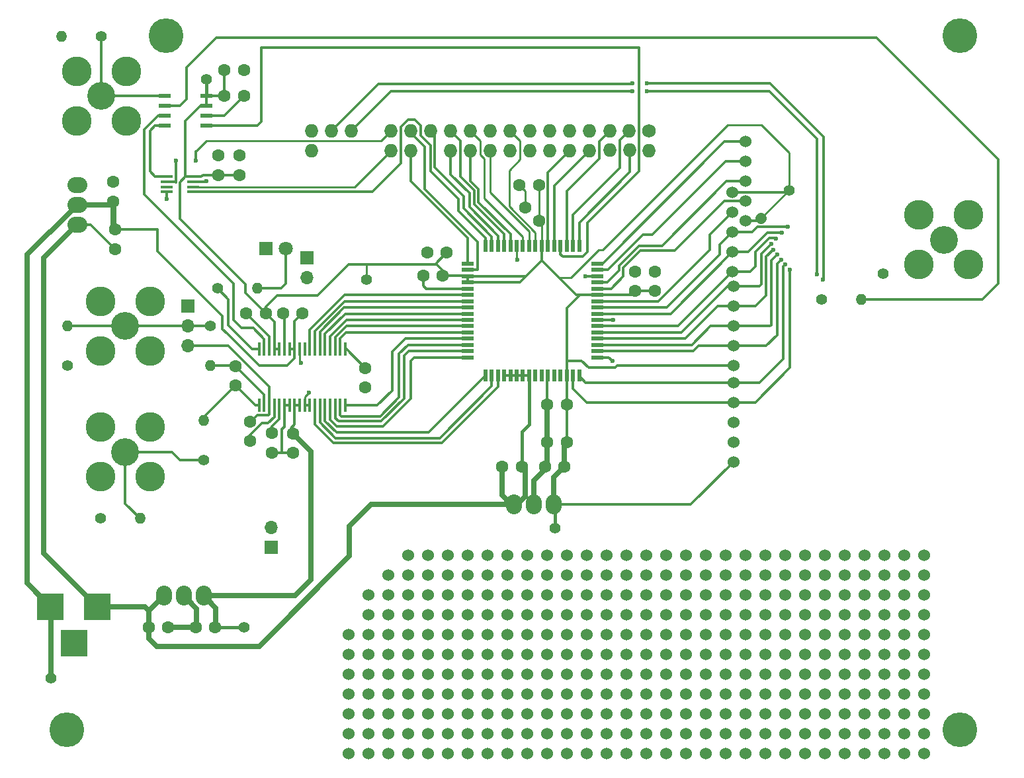
<source format=gbr>
G04 #@! TF.FileFunction,Copper,L1,Top,Signal*
%FSLAX46Y46*%
G04 Gerber Fmt 4.6, Leading zero omitted, Abs format (unit mm)*
G04 Created by KiCad (PCBNEW 4.0.2-stable) date 5/30/2017 2:34:24 PM*
%MOMM*%
G01*
G04 APERTURE LIST*
%ADD10C,0.100000*%
%ADD11R,0.450000X1.750000*%
%ADD12C,1.524000*%
%ADD13C,4.445000*%
%ADD14R,1.500000X0.500000*%
%ADD15R,0.500000X1.500000*%
%ADD16C,1.727200*%
%ADD17O,1.727200X1.727200*%
%ADD18C,1.600000*%
%ADD19R,3.500000X3.500000*%
%ADD20R,1.800000X1.800000*%
%ADD21C,1.800000*%
%ADD22R,1.700000X1.700000*%
%ADD23O,1.700000X1.700000*%
%ADD24C,3.810000*%
%ADD25C,3.556000*%
%ADD26C,1.400000*%
%ADD27O,1.400000X1.400000*%
%ADD28R,1.600000X0.300000*%
%ADD29R,1.550000X0.600000*%
%ADD30O,2.540000X2.032000*%
%ADD31O,2.032000X2.540000*%
%ADD32C,1.400000*%
%ADD33C,1.399924*%
%ADD34C,0.600000*%
%ADD35C,0.304800*%
%ADD36C,0.254000*%
%ADD37C,0.250000*%
%ADD38C,0.444500*%
%ADD39C,0.635000*%
%ADD40C,0.381000*%
G04 APERTURE END LIST*
D10*
D11*
X56379400Y-71914200D03*
X57029400Y-71914200D03*
X57679400Y-71914200D03*
X58329400Y-71914200D03*
X58979400Y-71914200D03*
X59629400Y-71914200D03*
X60279400Y-71914200D03*
X60929400Y-71914200D03*
X56379400Y-79114200D03*
X57029400Y-79114200D03*
X57679400Y-79114200D03*
X58329400Y-79114200D03*
X58979400Y-79114200D03*
X59629400Y-79114200D03*
X60279400Y-79114200D03*
X60929400Y-79114200D03*
X61579400Y-79114200D03*
X62229400Y-79114200D03*
X62879400Y-79114200D03*
X63529400Y-79114200D03*
X64179400Y-79114200D03*
X64829400Y-79114200D03*
X67429400Y-79114200D03*
X66779400Y-79114200D03*
X66129400Y-79114200D03*
X65479400Y-79114200D03*
X67429400Y-71914200D03*
X66779400Y-71914200D03*
X66129400Y-71914200D03*
X65479400Y-71914200D03*
X64829400Y-71914200D03*
X64179400Y-71914200D03*
X63529400Y-71914200D03*
X62879400Y-71914200D03*
X62229400Y-71914200D03*
X61595000Y-71907400D03*
D12*
X138938000Y-98298000D03*
X138938000Y-105918000D03*
X138938000Y-100838000D03*
X138938000Y-103378000D03*
X138938000Y-108458000D03*
X138938000Y-110998000D03*
X138938000Y-113538000D03*
X138938000Y-116078000D03*
X138938000Y-123698000D03*
X138938000Y-121158000D03*
X138938000Y-118618000D03*
X141478000Y-118618000D03*
X141478000Y-121158000D03*
X141478000Y-123698000D03*
X141478000Y-116078000D03*
X141478000Y-113538000D03*
X141478000Y-110998000D03*
X141478000Y-108458000D03*
X141478000Y-103378000D03*
X141478000Y-100838000D03*
X141478000Y-105918000D03*
X141478000Y-98298000D03*
X128778000Y-98298000D03*
X128778000Y-105918000D03*
X128778000Y-100838000D03*
X128778000Y-103378000D03*
X128778000Y-108458000D03*
X128778000Y-110998000D03*
X128778000Y-113538000D03*
X128778000Y-116078000D03*
X128778000Y-123698000D03*
X128778000Y-121158000D03*
X128778000Y-118618000D03*
X131318000Y-118618000D03*
X131318000Y-121158000D03*
X131318000Y-123698000D03*
X131318000Y-116078000D03*
X131318000Y-113538000D03*
X131318000Y-110998000D03*
X131318000Y-108458000D03*
X131318000Y-103378000D03*
X131318000Y-100838000D03*
X131318000Y-105918000D03*
X131318000Y-98298000D03*
X136398000Y-98298000D03*
X136398000Y-105918000D03*
X136398000Y-100838000D03*
X136398000Y-103378000D03*
X136398000Y-108458000D03*
X136398000Y-110998000D03*
X136398000Y-113538000D03*
X136398000Y-116078000D03*
X136398000Y-123698000D03*
X136398000Y-121158000D03*
X136398000Y-118618000D03*
X133858000Y-118618000D03*
X133858000Y-121158000D03*
X133858000Y-123698000D03*
X133858000Y-116078000D03*
X133858000Y-113538000D03*
X133858000Y-110998000D03*
X133858000Y-108458000D03*
X133858000Y-103378000D03*
X133858000Y-100838000D03*
X133858000Y-105918000D03*
X133858000Y-98298000D03*
X123698000Y-98298000D03*
X123698000Y-105918000D03*
X123698000Y-100838000D03*
X123698000Y-103378000D03*
X123698000Y-108458000D03*
X123698000Y-110998000D03*
X123698000Y-113538000D03*
X123698000Y-116078000D03*
X123698000Y-123698000D03*
X123698000Y-121158000D03*
X123698000Y-118618000D03*
X126238000Y-118618000D03*
X126238000Y-121158000D03*
X126238000Y-123698000D03*
X126238000Y-116078000D03*
X126238000Y-113538000D03*
X126238000Y-110998000D03*
X126238000Y-108458000D03*
X126238000Y-103378000D03*
X126238000Y-100838000D03*
X126238000Y-105918000D03*
X126238000Y-98298000D03*
X121158000Y-98298000D03*
X121158000Y-105918000D03*
X121158000Y-100838000D03*
X121158000Y-103378000D03*
X121158000Y-108458000D03*
X121158000Y-110998000D03*
X121158000Y-113538000D03*
X121158000Y-116078000D03*
X121158000Y-123698000D03*
X121158000Y-121158000D03*
X121158000Y-118618000D03*
X118618000Y-118618000D03*
X118618000Y-121158000D03*
X118618000Y-123698000D03*
X118618000Y-116078000D03*
X118618000Y-113538000D03*
X118618000Y-110998000D03*
X118618000Y-108458000D03*
X118618000Y-103378000D03*
X118618000Y-100838000D03*
X118618000Y-105918000D03*
X118618000Y-98298000D03*
X93218000Y-98298000D03*
X93218000Y-105918000D03*
X93218000Y-100838000D03*
X93218000Y-103378000D03*
X93218000Y-108458000D03*
X93218000Y-110998000D03*
X93218000Y-113538000D03*
X93218000Y-116078000D03*
X93218000Y-123698000D03*
X93218000Y-121158000D03*
X93218000Y-118618000D03*
X95758000Y-118618000D03*
X95758000Y-121158000D03*
X95758000Y-123698000D03*
X95758000Y-116078000D03*
X95758000Y-113538000D03*
X95758000Y-110998000D03*
X95758000Y-108458000D03*
X95758000Y-103378000D03*
X95758000Y-100838000D03*
X95758000Y-105918000D03*
X95758000Y-98298000D03*
X100838000Y-98298000D03*
X100838000Y-105918000D03*
X100838000Y-100838000D03*
X100838000Y-103378000D03*
X100838000Y-108458000D03*
X100838000Y-110998000D03*
X100838000Y-113538000D03*
X100838000Y-116078000D03*
X100838000Y-123698000D03*
X100838000Y-121158000D03*
X100838000Y-118618000D03*
X98298000Y-118618000D03*
X98298000Y-121158000D03*
X98298000Y-123698000D03*
X98298000Y-116078000D03*
X98298000Y-113538000D03*
X98298000Y-110998000D03*
X98298000Y-108458000D03*
X98298000Y-103378000D03*
X98298000Y-100838000D03*
X98298000Y-105918000D03*
X98298000Y-98298000D03*
X108458000Y-98298000D03*
X108458000Y-105918000D03*
X108458000Y-100838000D03*
X108458000Y-103378000D03*
X108458000Y-108458000D03*
X108458000Y-110998000D03*
X108458000Y-113538000D03*
X108458000Y-116078000D03*
X108458000Y-123698000D03*
X108458000Y-121158000D03*
X108458000Y-118618000D03*
X110998000Y-118618000D03*
X110998000Y-121158000D03*
X110998000Y-123698000D03*
X110998000Y-116078000D03*
X110998000Y-113538000D03*
X110998000Y-110998000D03*
X110998000Y-108458000D03*
X110998000Y-103378000D03*
X110998000Y-100838000D03*
X110998000Y-105918000D03*
X110998000Y-98298000D03*
X105918000Y-98298000D03*
X105918000Y-105918000D03*
X105918000Y-100838000D03*
X105918000Y-103378000D03*
X105918000Y-108458000D03*
X105918000Y-110998000D03*
X105918000Y-113538000D03*
X105918000Y-116078000D03*
X105918000Y-123698000D03*
X105918000Y-121158000D03*
X105918000Y-118618000D03*
X103378000Y-118618000D03*
X103378000Y-121158000D03*
X103378000Y-123698000D03*
X103378000Y-116078000D03*
X103378000Y-113538000D03*
X103378000Y-110998000D03*
X103378000Y-108458000D03*
X103378000Y-103378000D03*
X103378000Y-100838000D03*
X103378000Y-105918000D03*
X103378000Y-98298000D03*
X116078000Y-98298000D03*
X116078000Y-105918000D03*
X116078000Y-100838000D03*
X116078000Y-103378000D03*
X116078000Y-108458000D03*
X116078000Y-110998000D03*
X116078000Y-113538000D03*
X116078000Y-116078000D03*
X116078000Y-123698000D03*
X116078000Y-121158000D03*
X116078000Y-118618000D03*
X113538000Y-118618000D03*
X113538000Y-121158000D03*
X113538000Y-123698000D03*
X113538000Y-116078000D03*
X113538000Y-113538000D03*
X113538000Y-110998000D03*
X113538000Y-108458000D03*
X113538000Y-103378000D03*
X113538000Y-100838000D03*
X113538000Y-105918000D03*
X113538000Y-98298000D03*
X88138000Y-98298000D03*
X88138000Y-105918000D03*
X88138000Y-100838000D03*
X88138000Y-103378000D03*
X88138000Y-108458000D03*
X88138000Y-110998000D03*
X88138000Y-113538000D03*
X88138000Y-116078000D03*
X88138000Y-123698000D03*
X88138000Y-121158000D03*
X88138000Y-118618000D03*
X90678000Y-118618000D03*
X90678000Y-121158000D03*
X90678000Y-123698000D03*
X90678000Y-116078000D03*
X90678000Y-113538000D03*
X90678000Y-110998000D03*
X90678000Y-108458000D03*
X90678000Y-103378000D03*
X90678000Y-100838000D03*
X90678000Y-105918000D03*
X90678000Y-98298000D03*
X77978000Y-98298000D03*
X77978000Y-105918000D03*
X77978000Y-100838000D03*
X77978000Y-103378000D03*
X77978000Y-108458000D03*
X77978000Y-110998000D03*
X77978000Y-113538000D03*
X77978000Y-116078000D03*
X77978000Y-123698000D03*
X77978000Y-121158000D03*
X77978000Y-118618000D03*
X80518000Y-118618000D03*
X80518000Y-121158000D03*
X80518000Y-123698000D03*
X80518000Y-116078000D03*
X80518000Y-113538000D03*
X80518000Y-110998000D03*
X80518000Y-108458000D03*
X80518000Y-103378000D03*
X80518000Y-100838000D03*
X80518000Y-105918000D03*
X80518000Y-98298000D03*
X85598000Y-98298000D03*
X85598000Y-105918000D03*
X85598000Y-100838000D03*
X85598000Y-103378000D03*
X85598000Y-108458000D03*
X85598000Y-110998000D03*
X85598000Y-113538000D03*
X85598000Y-116078000D03*
X85598000Y-123698000D03*
X85598000Y-121158000D03*
X85598000Y-118618000D03*
X83058000Y-118618000D03*
X83058000Y-121158000D03*
X83058000Y-123698000D03*
X83058000Y-116078000D03*
X83058000Y-113538000D03*
X83058000Y-110998000D03*
X83058000Y-108458000D03*
X83058000Y-103378000D03*
X83058000Y-100838000D03*
X83058000Y-105918000D03*
X83058000Y-98298000D03*
X72898000Y-105918000D03*
X72898000Y-100838000D03*
X72898000Y-103378000D03*
X72898000Y-108458000D03*
X72898000Y-110998000D03*
X72898000Y-113538000D03*
X72898000Y-116078000D03*
X72898000Y-123698000D03*
X72898000Y-121158000D03*
X72898000Y-118618000D03*
X75438000Y-118618000D03*
X75438000Y-121158000D03*
X75438000Y-123698000D03*
X75438000Y-116078000D03*
X75438000Y-113538000D03*
X75438000Y-110998000D03*
X75438000Y-108458000D03*
X75438000Y-103378000D03*
X75438000Y-100838000D03*
X75438000Y-105918000D03*
X75438000Y-98298000D03*
X70358000Y-105918000D03*
X70358000Y-103378000D03*
X70358000Y-108458000D03*
X70358000Y-110998000D03*
X70358000Y-113538000D03*
X70358000Y-116078000D03*
X70358000Y-123698000D03*
X70358000Y-121158000D03*
X70358000Y-118618000D03*
X67818000Y-118618000D03*
X67818000Y-121158000D03*
X67818000Y-123698000D03*
X67818000Y-116078000D03*
X67818000Y-113538000D03*
X67818000Y-110998000D03*
X67818000Y-108458000D03*
D13*
X146050000Y-120650000D03*
X31750000Y-120650000D03*
X44450000Y-31750000D03*
X146050000Y-31750000D03*
D14*
X83058000Y-60960000D03*
X83058000Y-61760000D03*
X83058000Y-62560000D03*
X83058000Y-63360000D03*
X83058000Y-64160000D03*
X83058000Y-64960000D03*
X83058000Y-65760000D03*
X83058000Y-66560000D03*
X83058000Y-67360000D03*
X83058000Y-68160000D03*
X83058000Y-68960000D03*
X83058000Y-69760000D03*
X83058000Y-70560000D03*
X83058000Y-71360000D03*
X83058000Y-72160000D03*
X83058000Y-72960000D03*
D15*
X85358000Y-75260000D03*
X86158000Y-75260000D03*
X86958000Y-75260000D03*
X87758000Y-75260000D03*
X88558000Y-75260000D03*
X89358000Y-75260000D03*
X90158000Y-75260000D03*
X90958000Y-75260000D03*
X91758000Y-75260000D03*
X92558000Y-75260000D03*
X93358000Y-75260000D03*
X94158000Y-75260000D03*
X94958000Y-75260000D03*
X95758000Y-75260000D03*
X96558000Y-75260000D03*
X97358000Y-75260000D03*
D14*
X99658000Y-72960000D03*
X99658000Y-72160000D03*
X99658000Y-71360000D03*
X99658000Y-70560000D03*
X99658000Y-69760000D03*
X99658000Y-68960000D03*
X99658000Y-68160000D03*
X99658000Y-67360000D03*
X99658000Y-66560000D03*
X99658000Y-65760000D03*
X99658000Y-64960000D03*
X99658000Y-64160000D03*
X99658000Y-63360000D03*
X99658000Y-62560000D03*
X99658000Y-61760000D03*
X99658000Y-60960000D03*
D15*
X97358000Y-58660000D03*
X96558000Y-58660000D03*
X95758000Y-58660000D03*
X94958000Y-58660000D03*
X94158000Y-58660000D03*
X93358000Y-58660000D03*
X92558000Y-58660000D03*
X91758000Y-58660000D03*
X90958000Y-58660000D03*
X90158000Y-58660000D03*
X89358000Y-58660000D03*
X88558000Y-58660000D03*
X87758000Y-58660000D03*
X86958000Y-58660000D03*
X86158000Y-58660000D03*
X85358000Y-58660000D03*
D16*
X106299000Y-43942000D03*
D17*
X106299000Y-46482000D03*
X103759000Y-43942000D03*
X103799000Y-46442000D03*
X101299000Y-43942000D03*
X101299000Y-46442000D03*
X98679000Y-43942000D03*
X98679000Y-46482000D03*
X96139000Y-43942000D03*
X96139000Y-46482000D03*
X93599000Y-43942000D03*
X93599000Y-46482000D03*
X91059000Y-43942000D03*
X91059000Y-46482000D03*
X88519000Y-43942000D03*
X88519000Y-46482000D03*
X85979000Y-43942000D03*
X85979000Y-46482000D03*
X83439000Y-43942000D03*
X83439000Y-46482000D03*
X80899000Y-43942000D03*
X80899000Y-46482000D03*
X78359000Y-43942000D03*
X75819000Y-43942000D03*
X75819000Y-46482000D03*
X73279000Y-43942000D03*
X73279000Y-46482000D03*
X68199000Y-43942000D03*
X65659000Y-43942000D03*
X63119000Y-43942000D03*
X63119000Y-46482000D03*
D18*
X53340000Y-76581000D03*
X53340000Y-74081000D03*
X55245000Y-83693000D03*
X55245000Y-81193000D03*
X53848000Y-47117000D03*
X53848000Y-49617000D03*
X58039000Y-82677000D03*
X58039000Y-85177000D03*
X51943000Y-36195000D03*
X54443000Y-36195000D03*
X60706000Y-85217000D03*
X60706000Y-82717000D03*
X51181000Y-47117000D03*
X51181000Y-49617000D03*
X51943000Y-39497000D03*
X54443000Y-39497000D03*
X69977000Y-76835000D03*
X69977000Y-74335000D03*
X54737000Y-67310000D03*
X57237000Y-67310000D03*
X59436000Y-67310000D03*
X61936000Y-67310000D03*
X80391000Y-59563000D03*
X77891000Y-59563000D03*
X79883000Y-62484000D03*
X77383000Y-62484000D03*
X92202000Y-50927000D03*
X89702000Y-50927000D03*
X92202000Y-55499000D03*
X90434233Y-53731233D03*
X95758000Y-78994000D03*
X93258000Y-78994000D03*
X95758000Y-83820000D03*
X93258000Y-83820000D03*
X107061000Y-61976000D03*
X107061000Y-64476000D03*
X104521000Y-61976000D03*
X104521000Y-64476000D03*
X37968845Y-56596326D03*
X37968845Y-59096326D03*
X37714847Y-50500323D03*
X37714847Y-53000323D03*
X42273175Y-107501346D03*
X44773175Y-107501346D03*
X48260000Y-107569000D03*
X50760000Y-107569000D03*
X87503000Y-86995000D03*
X90003000Y-86995000D03*
X92964000Y-86995000D03*
X95464000Y-86995000D03*
D19*
X35687000Y-104902000D03*
X29687000Y-104902000D03*
X32687000Y-109602000D03*
D20*
X57277000Y-59055000D03*
D21*
X59817000Y-59055000D03*
D22*
X47244000Y-66421000D03*
D23*
X47244000Y-68961000D03*
X47244000Y-71501000D03*
D24*
X36068000Y-81915000D03*
D25*
X39243000Y-85090000D03*
D24*
X42418000Y-81915000D03*
X36068000Y-88265000D03*
X42418000Y-88265000D03*
X36068000Y-65786000D03*
D25*
X39243000Y-68961000D03*
D24*
X42418000Y-65786000D03*
X36068000Y-72136000D03*
X42418000Y-72136000D03*
X33020000Y-36322000D03*
D25*
X36195000Y-39497000D03*
D24*
X39370000Y-36322000D03*
X33020000Y-42672000D03*
X39370000Y-42672000D03*
X140843000Y-54737000D03*
D25*
X144018000Y-57912000D03*
D24*
X147193000Y-54737000D03*
X140843000Y-61087000D03*
X147193000Y-61087000D03*
D26*
X36195000Y-31877000D03*
D27*
X31115000Y-31877000D03*
D26*
X36068000Y-93599000D03*
D27*
X41148000Y-93599000D03*
D26*
X31877000Y-74041000D03*
D27*
X31877000Y-68961000D03*
D26*
X49276000Y-86106000D03*
D27*
X49276000Y-81026000D03*
D26*
X50165000Y-68961000D03*
D27*
X50165000Y-74041000D03*
D26*
X51054000Y-64135000D03*
D27*
X56134000Y-64135000D03*
D26*
X128397000Y-65532000D03*
D27*
X133477000Y-65532000D03*
D28*
X44528000Y-49825000D03*
X44528000Y-50475000D03*
X44528000Y-51125000D03*
X44528000Y-51775000D03*
X47928000Y-51775000D03*
X47928000Y-51125000D03*
X47928000Y-50475000D03*
X47928000Y-49825000D03*
D29*
X44290000Y-39497000D03*
X44290000Y-40767000D03*
X44290000Y-42037000D03*
X44290000Y-43307000D03*
X49690000Y-43307000D03*
X49690000Y-42037000D03*
X49690000Y-40767000D03*
X49690000Y-39497000D03*
D12*
X117094000Y-76200000D03*
X117094000Y-78740000D03*
X117094000Y-81280000D03*
X117094000Y-83820000D03*
X117094000Y-86360000D03*
X118618000Y-45339000D03*
X118618000Y-47879000D03*
X118618000Y-50419000D03*
X118618000Y-52959000D03*
X118618000Y-55499000D03*
X116967000Y-61976000D03*
X116967000Y-59436000D03*
X116967000Y-56896000D03*
X116967000Y-54356000D03*
X116967000Y-51816000D03*
X117094000Y-63881000D03*
X117094000Y-66421000D03*
X117094000Y-68961000D03*
X117094000Y-71501000D03*
X117094000Y-74041000D03*
D30*
X33142848Y-53421324D03*
X33142848Y-50881324D03*
X33142848Y-55961324D03*
D31*
X46736000Y-103505000D03*
X49276000Y-103505000D03*
X44196000Y-103505000D03*
X91567000Y-91821000D03*
X94107000Y-91821000D03*
X89027000Y-91821000D03*
D26*
X124206000Y-51562000D03*
D32*
X120613898Y-55154102D02*
X120613898Y-55154102D01*
D33*
X29718000Y-114046000D03*
X54483000Y-107569000D03*
X94234000Y-94869000D03*
X136271000Y-62230000D03*
X49657000Y-37338000D03*
D22*
X57912000Y-97282000D03*
D23*
X57912000Y-94742000D03*
D22*
X62484000Y-60198000D03*
D23*
X62484000Y-62738000D03*
D33*
X70104000Y-62992000D03*
D34*
X61722000Y-73660000D03*
X62738000Y-77470000D03*
X49657000Y-50419000D03*
X89408000Y-60452000D03*
X98171000Y-62611000D03*
X101600000Y-73406000D03*
X101727000Y-68199000D03*
X44577000Y-52705000D03*
X48260000Y-47752000D03*
X45720000Y-47752000D03*
X127762000Y-62357000D03*
X106045000Y-38862000D03*
X104140000Y-38862000D03*
X104140000Y-37846000D03*
X106045000Y-37846000D03*
X128524000Y-62992000D03*
X124333000Y-61722000D03*
X123698000Y-61087000D03*
X123190000Y-60452000D03*
X122682000Y-59817000D03*
X122174000Y-59182000D03*
X121920000Y-58420000D03*
X122555000Y-57785000D03*
X123317000Y-57023000D03*
X124079000Y-56261000D03*
D35*
X49276000Y-81026000D02*
X49276000Y-80645000D01*
X49276000Y-80645000D02*
X53340000Y-76581000D01*
X56379400Y-79114200D02*
X55873200Y-79114200D01*
X55873200Y-79114200D02*
X53340000Y-76581000D01*
X53340000Y-74081000D02*
X53380000Y-74081000D01*
X53380000Y-74081000D02*
X57029400Y-77730400D01*
X57029400Y-77730400D02*
X57029400Y-79114200D01*
X50165000Y-74041000D02*
X53300000Y-74041000D01*
X53300000Y-74041000D02*
X53340000Y-74081000D01*
D36*
X61595000Y-71907400D02*
X61595000Y-73533000D01*
X61595000Y-73533000D02*
X61722000Y-73660000D01*
X62229400Y-79114200D02*
X62229400Y-77978600D01*
X62229400Y-77978600D02*
X62738000Y-77470000D01*
D35*
X62229400Y-79114200D02*
X62879400Y-79114200D01*
X49601000Y-50475000D02*
X49657000Y-50419000D01*
X47928000Y-50475000D02*
X49601000Y-50475000D01*
D37*
X89358000Y-58660000D02*
X89358000Y-60402000D01*
X89358000Y-60402000D02*
X89408000Y-60452000D01*
X90434233Y-53731233D02*
X90434233Y-51659233D01*
X90434233Y-51659233D02*
X89702000Y-50927000D01*
D35*
X99658000Y-62560000D02*
X98222000Y-62560000D01*
X98222000Y-62560000D02*
X98171000Y-62611000D01*
X90958000Y-75260000D02*
X90158000Y-75260000D01*
X90158000Y-75260000D02*
X89358000Y-75260000D01*
X89358000Y-75260000D02*
X88558000Y-75260000D01*
X88558000Y-75260000D02*
X87758000Y-75260000D01*
X99658000Y-72960000D02*
X101154000Y-72960000D01*
X101154000Y-72960000D02*
X101600000Y-73406000D01*
X99658000Y-68160000D02*
X101688000Y-68160000D01*
X101688000Y-68160000D02*
X101727000Y-68199000D01*
X78765000Y-64160000D02*
X77749000Y-64160000D01*
X83058000Y-64160000D02*
X78765000Y-64160000D01*
X77383000Y-63794000D02*
X77383000Y-62484000D01*
X77749000Y-64160000D02*
X77383000Y-63794000D01*
D38*
X90003000Y-86995000D02*
X90003000Y-82463000D01*
X90958000Y-81508000D02*
X90958000Y-75260000D01*
X90003000Y-82463000D02*
X90958000Y-81508000D01*
D35*
X93258000Y-78994000D02*
X93258000Y-75360000D01*
X93258000Y-75360000D02*
X93358000Y-75260000D01*
X44528000Y-51775000D02*
X44528000Y-52656000D01*
X44528000Y-52656000D02*
X44577000Y-52705000D01*
D39*
X48369177Y-107501347D02*
X44773176Y-107501347D01*
X44773176Y-107501347D02*
X44773175Y-107501346D01*
X48369177Y-107501347D02*
X48369177Y-105138177D01*
X48369177Y-105138177D02*
X46736000Y-103505000D01*
D35*
X49690000Y-42037000D02*
X51903000Y-42037000D01*
X51903000Y-42037000D02*
X54443000Y-39497000D01*
X93218000Y-79375000D02*
X93218000Y-79248000D01*
D39*
X93218000Y-84201000D02*
X93218000Y-79375000D01*
X91567000Y-92202000D02*
X91567000Y-88733000D01*
X91567000Y-88733000D02*
X93218000Y-87082000D01*
X93218000Y-87082000D02*
X93218000Y-84201000D01*
X90424000Y-87376000D02*
X90424000Y-90805000D01*
D35*
X47244000Y-71501000D02*
X52451000Y-71501000D01*
X57679400Y-76729400D02*
X57679400Y-79114200D01*
X52451000Y-71501000D02*
X57679400Y-76729400D01*
X56134000Y-80391000D02*
X57573800Y-80391000D01*
X57679400Y-79114200D02*
X57679400Y-80285400D01*
X56134000Y-80391000D02*
X55332000Y-81193000D01*
X57573800Y-80391000D02*
X57679400Y-80285400D01*
X55245000Y-81193000D02*
X55332000Y-81193000D01*
X55245000Y-81193000D02*
X55459000Y-81193000D01*
D36*
X70104000Y-62992000D02*
X70104000Y-61087000D01*
X70104000Y-61087000D02*
X70104000Y-61214000D01*
X70104000Y-61214000D02*
X70104000Y-61087000D01*
X120613898Y-55154102D02*
X124206000Y-51562000D01*
X94742000Y-62738000D02*
X96266000Y-62738000D01*
X96266000Y-62738000D02*
X99822000Y-59182000D01*
X99822000Y-59182000D02*
X100330000Y-59182000D01*
X100330000Y-59182000D02*
X116332000Y-43180000D01*
X116332000Y-43180000D02*
X120650000Y-43180000D01*
X120650000Y-43180000D02*
X124206000Y-46736000D01*
X124206000Y-46736000D02*
X124206000Y-51562000D01*
D40*
X49690000Y-39497000D02*
X49690000Y-37371000D01*
X49690000Y-37371000D02*
X49657000Y-37338000D01*
D35*
X49690000Y-40767000D02*
X48895000Y-40767000D01*
X46949000Y-42713000D02*
X46949000Y-49825000D01*
X48895000Y-40767000D02*
X46949000Y-42713000D01*
X51181000Y-49617000D02*
X53848000Y-49617000D01*
X47928000Y-49825000D02*
X48981000Y-49825000D01*
X49189000Y-49617000D02*
X51181000Y-49617000D01*
X48981000Y-49825000D02*
X49189000Y-49617000D01*
X46949000Y-49825000D02*
X46228000Y-50546000D01*
X46228000Y-55245000D02*
X54610000Y-63627000D01*
X54610000Y-63627000D02*
X54610000Y-64683000D01*
X54610000Y-64683000D02*
X57237000Y-67310000D01*
X46228000Y-50546000D02*
X46228000Y-55245000D01*
D37*
X92202000Y-55499000D02*
X92202000Y-50927000D01*
X92558000Y-58660000D02*
X92558000Y-55855000D01*
X92558000Y-55855000D02*
X92202000Y-55499000D01*
D38*
X94234000Y-94869000D02*
X94234000Y-91948000D01*
X94234000Y-91948000D02*
X94107000Y-91821000D01*
D35*
X94107000Y-91821000D02*
X111633000Y-91821000D01*
X111633000Y-91821000D02*
X117094000Y-86360000D01*
X117094000Y-74041000D02*
X102235000Y-74041000D01*
X97663000Y-73406000D02*
X95758000Y-73406000D01*
X98552000Y-74295000D02*
X97663000Y-73406000D01*
X101981000Y-74295000D02*
X98552000Y-74295000D01*
X102235000Y-74041000D02*
X101981000Y-74295000D01*
X116967000Y-51816000D02*
X123952000Y-51816000D01*
X123952000Y-51816000D02*
X124206000Y-51562000D01*
X118618000Y-55499000D02*
X120269000Y-55499000D01*
X120269000Y-55499000D02*
X120613898Y-55154102D01*
X83058000Y-63360000D02*
X89752000Y-63360000D01*
X89752000Y-63360000D02*
X90552000Y-62560000D01*
X83058000Y-62560000D02*
X90552000Y-62560000D01*
X90552000Y-62560000D02*
X92558000Y-60554000D01*
X97473000Y-64960000D02*
X96964000Y-64960000D01*
X96964000Y-64960000D02*
X94742000Y-62738000D01*
X94742000Y-62738000D02*
X92558000Y-60554000D01*
X92558000Y-60554000D02*
X92558000Y-58660000D01*
X95758000Y-75260000D02*
X95758000Y-73406000D01*
X95758000Y-73406000D02*
X95758000Y-66675000D01*
X97473000Y-64960000D02*
X99658000Y-64960000D01*
X95758000Y-66675000D02*
X97473000Y-64960000D01*
X104521000Y-64476000D02*
X107061000Y-64476000D01*
X99658000Y-64960000D02*
X104037000Y-64960000D01*
X104037000Y-64960000D02*
X104521000Y-64476000D01*
X79883000Y-62484000D02*
X79883000Y-61849000D01*
X79883000Y-61849000D02*
X78994000Y-60960000D01*
X78994000Y-60960000D02*
X80391000Y-59563000D01*
X95758000Y-78994000D02*
X95758000Y-75260000D01*
X95758000Y-83820000D02*
X95758000Y-78994000D01*
D39*
X95464000Y-86995000D02*
X95464000Y-84114000D01*
X95464000Y-84114000D02*
X95758000Y-83820000D01*
X94107000Y-91821000D02*
X94107000Y-88352000D01*
X94107000Y-88352000D02*
X95464000Y-86995000D01*
D35*
X83058000Y-62560000D02*
X83058000Y-63360000D01*
X80391000Y-62484000D02*
X82982000Y-62484000D01*
X82982000Y-62484000D02*
X83058000Y-62560000D01*
X47928000Y-49825000D02*
X46949000Y-49825000D01*
X78994000Y-61087000D02*
X78994000Y-60960000D01*
X78994000Y-60960000D02*
X78994000Y-60960000D01*
X57237000Y-67310000D02*
X57237000Y-66461000D01*
X57237000Y-66461000D02*
X58674000Y-65024000D01*
X58674000Y-65024000D02*
X63881000Y-65024000D01*
X63881000Y-65024000D02*
X67818000Y-61087000D01*
X67818000Y-61087000D02*
X70104000Y-61087000D01*
X70104000Y-61087000D02*
X78994000Y-61087000D01*
X58329400Y-71914200D02*
X58329400Y-68402400D01*
X58329400Y-68402400D02*
X57237000Y-67310000D01*
X67429400Y-71914200D02*
X67556200Y-71914200D01*
X67556200Y-71914200D02*
X69977000Y-74335000D01*
X58979400Y-71914200D02*
X58329400Y-71914200D01*
X49690000Y-39497000D02*
X51943000Y-39497000D01*
X51943000Y-39497000D02*
X51943000Y-36195000D01*
X49690000Y-40767000D02*
X49690000Y-39497000D01*
X58928000Y-80645000D02*
X58928000Y-80899000D01*
X58928000Y-79165600D02*
X58928000Y-80645000D01*
X58039000Y-81788000D02*
X58039000Y-82677000D01*
X58928000Y-80899000D02*
X58039000Y-81788000D01*
X58928000Y-79165600D02*
X58979400Y-79114200D01*
D38*
X54483000Y-107569000D02*
X50760000Y-107569000D01*
D39*
X49276000Y-103505000D02*
X60960000Y-103505000D01*
X61976000Y-102489000D02*
X62992000Y-101473000D01*
X62992000Y-101473000D02*
X62992000Y-85003000D01*
X62992000Y-85003000D02*
X60706000Y-82717000D01*
X60960000Y-103505000D02*
X61976000Y-102489000D01*
X50869177Y-107501347D02*
X50869177Y-105098177D01*
X50869177Y-105098177D02*
X49276000Y-103505000D01*
D35*
X60929400Y-79114200D02*
X61579400Y-79114200D01*
X60452000Y-82082000D02*
X60452000Y-82042000D01*
X60452000Y-82042000D02*
X60929400Y-81564600D01*
X60929400Y-81564600D02*
X60929400Y-79114200D01*
D39*
X29718000Y-114046000D02*
X29718000Y-104933000D01*
X29718000Y-104933000D02*
X29687000Y-104902000D01*
D35*
X52324000Y-69977000D02*
X51689000Y-69342000D01*
X60929400Y-71914200D02*
X60929400Y-73055600D01*
X56388000Y-74041000D02*
X52324000Y-69977000D01*
X59944000Y-74041000D02*
X56388000Y-74041000D01*
X60929400Y-73055600D02*
X59944000Y-74041000D01*
X51689000Y-69342000D02*
X51689000Y-67691000D01*
X37968845Y-56596326D02*
X43388326Y-56596326D01*
X51689000Y-67691000D02*
X43388326Y-59390326D01*
X43388326Y-59390326D02*
X43388326Y-56596326D01*
X60279400Y-71914200D02*
X60929400Y-71914200D01*
X60929400Y-71914200D02*
X60929400Y-68316600D01*
X60929400Y-68316600D02*
X61936000Y-67310000D01*
D39*
X29687000Y-56896000D02*
X29591000Y-56896000D01*
X26670000Y-101885000D02*
X29687000Y-104902000D01*
X26670000Y-59817000D02*
X26670000Y-101885000D01*
X29591000Y-56896000D02*
X26670000Y-59817000D01*
X29687000Y-56896000D02*
X29687000Y-56877172D01*
X37714847Y-53000323D02*
X37714847Y-56342328D01*
X37714847Y-56342328D02*
X37968845Y-56596326D01*
X33142848Y-53421324D02*
X37293846Y-53421324D01*
X37293846Y-53421324D02*
X37714847Y-53000323D01*
D35*
X37293846Y-53421324D02*
X37714847Y-53000323D01*
X37968845Y-56596326D02*
X37968845Y-53254321D01*
X37968845Y-53254321D02*
X37714847Y-53000323D01*
D39*
X29687000Y-56877172D02*
X33142848Y-53421324D01*
X42273175Y-107501346D02*
X42273175Y-108948175D01*
X70739000Y-91821000D02*
X89027000Y-91821000D01*
X67945000Y-94615000D02*
X70739000Y-91821000D01*
X67945000Y-98425000D02*
X67945000Y-94615000D01*
X56388000Y-109982000D02*
X67945000Y-98425000D01*
X43307000Y-109982000D02*
X56388000Y-109982000D01*
X42273175Y-108948175D02*
X43307000Y-109982000D01*
X87463000Y-87376000D02*
X87463000Y-90638000D01*
X87463000Y-90638000D02*
X89027000Y-92202000D01*
X90424000Y-90805000D02*
X89027000Y-92202000D01*
X33142848Y-55961324D02*
X33065676Y-55961324D01*
X33065676Y-55961324D02*
X28829000Y-60198000D01*
X28829000Y-98044000D02*
X35687000Y-104902000D01*
X28829000Y-60198000D02*
X28829000Y-98044000D01*
D35*
X33142848Y-55961324D02*
X34833843Y-55961324D01*
X34833843Y-55961324D02*
X37968845Y-59096326D01*
D39*
X35687000Y-104902000D02*
X41747350Y-104902000D01*
X41747350Y-104902000D02*
X42273175Y-105427825D01*
X42273175Y-107501346D02*
X42273175Y-105427825D01*
X42273175Y-105427825D02*
X44196000Y-103505000D01*
D35*
X56134000Y-64135000D02*
X59182000Y-64135000D01*
X59817000Y-63500000D02*
X59817000Y-59055000D01*
X59182000Y-64135000D02*
X59817000Y-63500000D01*
X39243000Y-68961000D02*
X31877000Y-68961000D01*
X50165000Y-68961000D02*
X47371000Y-68961000D01*
X47371000Y-68961000D02*
X39243000Y-68961000D01*
X39497000Y-69215000D02*
X39243000Y-68961000D01*
X39243000Y-85090000D02*
X45212000Y-85090000D01*
X46228000Y-86106000D02*
X49276000Y-86106000D01*
X45212000Y-85090000D02*
X46228000Y-86106000D01*
X39243000Y-85090000D02*
X39243000Y-91694000D01*
X39243000Y-91694000D02*
X41148000Y-93599000D01*
X52451000Y-66675000D02*
X52451000Y-65532000D01*
X55531200Y-71914200D02*
X52451000Y-68834000D01*
X52451000Y-68834000D02*
X52451000Y-66675000D01*
X56379400Y-71914200D02*
X55531200Y-71914200D01*
X52451000Y-65532000D02*
X51054000Y-64135000D01*
X126365000Y-32004000D02*
X135382000Y-32004000D01*
X44290000Y-40767000D02*
X46228000Y-40767000D01*
X46228000Y-40767000D02*
X47117000Y-39878000D01*
X47117000Y-39878000D02*
X47117000Y-35814000D01*
X50927000Y-32004000D02*
X126365000Y-32004000D01*
X47117000Y-35814000D02*
X50927000Y-32004000D01*
X148971000Y-65532000D02*
X133477000Y-65532000D01*
X151003000Y-63500000D02*
X148971000Y-65532000D01*
X151003000Y-47625000D02*
X151003000Y-63500000D01*
X135382000Y-32004000D02*
X151003000Y-47625000D01*
X42418000Y-49149000D02*
X42418000Y-43942000D01*
X43094000Y-49825000D02*
X43053000Y-49784000D01*
X42418000Y-49149000D02*
X43053000Y-49784000D01*
X44528000Y-49825000D02*
X43094000Y-49825000D01*
X43053000Y-43307000D02*
X44290000Y-43307000D01*
X42418000Y-43942000D02*
X43053000Y-43307000D01*
X48260000Y-47752000D02*
X48260000Y-46609000D01*
D36*
X48260000Y-46609000D02*
X49657000Y-45212000D01*
X49657000Y-45212000D02*
X72009000Y-45212000D01*
X73279000Y-43942000D02*
X72009000Y-45212000D01*
D35*
X45537000Y-50475000D02*
X44528000Y-50475000D01*
X45649000Y-50475000D02*
X45537000Y-50475000D01*
X45720000Y-50546000D02*
X45649000Y-50475000D01*
X45720000Y-47752000D02*
X45720000Y-50546000D01*
X73279000Y-43942000D02*
X73279000Y-44069000D01*
X47928000Y-51775000D02*
X70907000Y-51775000D01*
X85358000Y-57672000D02*
X85358000Y-58660000D01*
X81915000Y-54229000D02*
X85358000Y-57672000D01*
X81915000Y-52705000D02*
X81915000Y-54229000D01*
X78359000Y-49149000D02*
X81915000Y-52705000D01*
X78359000Y-45847000D02*
X78359000Y-49149000D01*
X77089000Y-44577000D02*
X78359000Y-45847000D01*
X77089000Y-43307000D02*
X77089000Y-44577000D01*
X76327000Y-42545000D02*
X77089000Y-43307000D01*
X75438000Y-42545000D02*
X76327000Y-42545000D01*
X74549000Y-43434000D02*
X75438000Y-42545000D01*
X74549000Y-48133000D02*
X74549000Y-43434000D01*
X70907000Y-51775000D02*
X74549000Y-48133000D01*
D36*
X47928000Y-51125000D02*
X68636000Y-51125000D01*
X68636000Y-51125000D02*
X73279000Y-46482000D01*
D35*
X54737000Y-43307000D02*
X56134000Y-43307000D01*
X105029000Y-49149000D02*
X98425000Y-55753000D01*
X98425000Y-55753000D02*
X98425000Y-59436000D01*
X98425000Y-59436000D02*
X97790000Y-60071000D01*
X97790000Y-60071000D02*
X95250000Y-60071000D01*
X95250000Y-60071000D02*
X94958000Y-59779000D01*
X94958000Y-59779000D02*
X94958000Y-58660000D01*
X105029000Y-42164000D02*
X105029000Y-33274000D01*
X56642000Y-33274000D02*
X105029000Y-33274000D01*
X105029000Y-42164000D02*
X105029000Y-49149000D01*
X56642000Y-42799000D02*
X56642000Y-33274000D01*
X56134000Y-43307000D02*
X56642000Y-42799000D01*
X49690000Y-43307000D02*
X54737000Y-43307000D01*
X54737000Y-43307000D02*
X54991000Y-43307000D01*
X44290000Y-42037000D02*
X43434000Y-42037000D01*
X57029400Y-70618400D02*
X57029400Y-71914200D01*
X55626000Y-69215000D02*
X57029400Y-70618400D01*
X54102000Y-69215000D02*
X55626000Y-69215000D01*
X53086000Y-68199000D02*
X54102000Y-69215000D01*
X53086000Y-63500000D02*
X53086000Y-68199000D01*
X41656000Y-52070000D02*
X53086000Y-63500000D01*
X41656000Y-43815000D02*
X41656000Y-52070000D01*
X43434000Y-42037000D02*
X41656000Y-43815000D01*
X63529400Y-79114200D02*
X63529400Y-81563400D01*
X86958000Y-76745000D02*
X86958000Y-75260000D01*
X79756000Y-83947000D02*
X86958000Y-76745000D01*
X65913000Y-83947000D02*
X79756000Y-83947000D01*
X63529400Y-81563400D02*
X65913000Y-83947000D01*
X64179400Y-79114200D02*
X64179400Y-81324400D01*
X86158000Y-76656000D02*
X86158000Y-75260000D01*
X79502000Y-83312000D02*
X86158000Y-76656000D01*
X66167000Y-83312000D02*
X79502000Y-83312000D01*
X64179400Y-81324400D02*
X66167000Y-83312000D01*
X64829400Y-79114200D02*
X64829400Y-81085400D01*
X78068000Y-82550000D02*
X85358000Y-75260000D01*
X66294000Y-82550000D02*
X78068000Y-82550000D01*
X64829400Y-81085400D02*
X66294000Y-82550000D01*
X65479400Y-79114200D02*
X65479400Y-80973400D01*
X76265000Y-72960000D02*
X83058000Y-72960000D01*
X75819000Y-73406000D02*
X76265000Y-72960000D01*
X75819000Y-78232000D02*
X75819000Y-73406000D01*
X72263000Y-81788000D02*
X75819000Y-78232000D01*
X66294000Y-81788000D02*
X72263000Y-81788000D01*
X65479400Y-80973400D02*
X66294000Y-81788000D01*
X83058000Y-72160000D02*
X75541000Y-72160000D01*
X66129400Y-80734400D02*
X66129400Y-79114200D01*
X66548000Y-81153000D02*
X66129400Y-80734400D01*
X72009000Y-81153000D02*
X66548000Y-81153000D01*
X74930000Y-78232000D02*
X72009000Y-81153000D01*
X74930000Y-72771000D02*
X74930000Y-78232000D01*
X75541000Y-72160000D02*
X74930000Y-72771000D01*
X66779400Y-79114200D02*
X66779400Y-80368400D01*
X75452000Y-71360000D02*
X83058000Y-71360000D01*
X74295000Y-72517000D02*
X75452000Y-71360000D01*
X74295000Y-78105000D02*
X74295000Y-72517000D01*
X71882000Y-80518000D02*
X74295000Y-78105000D01*
X66929000Y-80518000D02*
X71882000Y-80518000D01*
X66779400Y-80368400D02*
X66929000Y-80518000D01*
X67429400Y-79114200D02*
X71507800Y-79114200D01*
X75109000Y-70560000D02*
X83058000Y-70560000D01*
X73406000Y-72263000D02*
X75109000Y-70560000D01*
X73406000Y-77216000D02*
X73406000Y-72263000D01*
X71507800Y-79114200D02*
X73406000Y-77216000D01*
X66779400Y-71914200D02*
X66779400Y-70507600D01*
X67527000Y-69760000D02*
X83058000Y-69760000D01*
X66779400Y-70507600D02*
X67527000Y-69760000D01*
X83058000Y-68960000D02*
X67565000Y-68960000D01*
X66129400Y-70395600D02*
X66129400Y-71914200D01*
X67565000Y-68960000D02*
X66129400Y-70395600D01*
X65479400Y-71914200D02*
X65479400Y-70283600D01*
X67603000Y-68160000D02*
X83058000Y-68160000D01*
X65479400Y-70283600D02*
X67603000Y-68160000D01*
X83058000Y-67360000D02*
X67387000Y-67360000D01*
X64829400Y-69917600D02*
X64829400Y-71914200D01*
X67387000Y-67360000D02*
X64829400Y-69917600D01*
X64179400Y-71914200D02*
X64179400Y-69678600D01*
X67298000Y-66560000D02*
X83058000Y-66560000D01*
X64179400Y-69678600D02*
X67298000Y-66560000D01*
X83058000Y-65760000D02*
X67336000Y-65760000D01*
X63529400Y-69566600D02*
X63529400Y-71914200D01*
X67336000Y-65760000D02*
X63529400Y-69566600D01*
X62879400Y-71914200D02*
X62879400Y-69454600D01*
X67374000Y-64960000D02*
X83058000Y-64960000D01*
X62879400Y-69454600D02*
X67374000Y-64960000D01*
X96558000Y-58660000D02*
X96558000Y-54699000D01*
X102552500Y-45148500D02*
X103759000Y-43942000D01*
X102552500Y-48704500D02*
X102552500Y-45148500D01*
X96558000Y-54699000D02*
X102552500Y-48704500D01*
X103759000Y-43942000D02*
X103759000Y-44323000D01*
X103799000Y-46442000D02*
X103799000Y-49236000D01*
X97358000Y-55677000D02*
X97358000Y-58660000D01*
X103799000Y-49236000D02*
X97358000Y-55677000D01*
X95758000Y-58660000D02*
X95758000Y-51689000D01*
X99949000Y-45292000D02*
X101299000Y-43942000D01*
X99949000Y-47498000D02*
X99949000Y-45292000D01*
X95758000Y-51689000D02*
X99949000Y-47498000D01*
X94158000Y-58660000D02*
X94158000Y-51003000D01*
X94158000Y-51003000D02*
X98679000Y-46482000D01*
X93358000Y-58660000D02*
X93358000Y-49263000D01*
X93358000Y-49263000D02*
X96139000Y-46482000D01*
D37*
X91758000Y-58660000D02*
X91758000Y-56960000D01*
X89789000Y-45212000D02*
X88519000Y-43942000D01*
X89789000Y-47625000D02*
X89789000Y-45212000D01*
X88392000Y-49022000D02*
X89789000Y-47625000D01*
X88392000Y-53594000D02*
X88392000Y-49022000D01*
X91758000Y-56960000D02*
X88392000Y-53594000D01*
D35*
X88519000Y-43942000D02*
X88519000Y-44069000D01*
D37*
X90958000Y-58660000D02*
X90958000Y-56796398D01*
X85979000Y-51817398D02*
X85979000Y-46482000D01*
X90958000Y-56796398D02*
X85979000Y-51817398D01*
X90158000Y-58660000D02*
X90158000Y-57519000D01*
X84709000Y-45212000D02*
X83439000Y-43942000D01*
X84709000Y-46990000D02*
X84709000Y-45212000D01*
X85217000Y-47498000D02*
X84709000Y-46990000D01*
X85217000Y-52578000D02*
X85217000Y-47498000D01*
X90158000Y-57519000D02*
X85217000Y-52578000D01*
D35*
X88558000Y-58660000D02*
X88558000Y-57192198D01*
X83439000Y-49784000D02*
X83439000Y-46482000D01*
X83439000Y-50340102D02*
X83439000Y-49784000D01*
X84455000Y-51356102D02*
X83439000Y-50340102D01*
X84455000Y-53089198D02*
X84455000Y-51356102D01*
X88558000Y-57192198D02*
X84455000Y-53089198D01*
X87758000Y-58660000D02*
X87758000Y-57151000D01*
X82169000Y-45212000D02*
X80899000Y-43942000D01*
X82169000Y-49784000D02*
X82169000Y-45212000D01*
X83947000Y-51562000D02*
X82169000Y-49784000D01*
X83947000Y-53340000D02*
X83947000Y-51562000D01*
X87758000Y-57151000D02*
X83947000Y-53340000D01*
X80899000Y-46482000D02*
X80899000Y-49530000D01*
X86958000Y-57367000D02*
X86958000Y-58660000D01*
X83312000Y-53721000D02*
X86958000Y-57367000D01*
X83312000Y-51943000D02*
X83312000Y-53721000D01*
X80899000Y-49530000D02*
X83312000Y-51943000D01*
X86158000Y-58660000D02*
X86158000Y-57456000D01*
X78867000Y-48641000D02*
X78867000Y-44450000D01*
X82550000Y-52324000D02*
X78867000Y-48641000D01*
X82550000Y-53848000D02*
X82550000Y-52324000D01*
X86158000Y-57456000D02*
X82550000Y-53848000D01*
X78867000Y-44450000D02*
X78359000Y-43942000D01*
X75819000Y-43942000D02*
X75819000Y-44196000D01*
X75819000Y-44196000D02*
X77597000Y-45974000D01*
X77597000Y-45974000D02*
X77597000Y-51435000D01*
X77597000Y-51435000D02*
X84328000Y-58166000D01*
X84328000Y-58166000D02*
X84328000Y-61722000D01*
X84328000Y-61722000D02*
X84290000Y-61760000D01*
X84290000Y-61760000D02*
X83058000Y-61760000D01*
X75819000Y-46482000D02*
X75819000Y-50419000D01*
X83058000Y-57658000D02*
X83058000Y-60960000D01*
X75819000Y-50419000D02*
X83058000Y-57658000D01*
X127762000Y-44958000D02*
X127762000Y-62357000D01*
X121666000Y-38862000D02*
X127762000Y-44958000D01*
X106045000Y-38862000D02*
X121666000Y-38862000D01*
X73279000Y-38862000D02*
X104140000Y-38862000D01*
X68199000Y-43942000D02*
X73279000Y-38862000D01*
X71628000Y-37973000D02*
X65659000Y-43942000D01*
X104013000Y-37973000D02*
X71628000Y-37973000D01*
X104140000Y-37846000D02*
X104013000Y-37973000D01*
X121793000Y-37846000D02*
X106045000Y-37846000D01*
X128651000Y-44704000D02*
X121793000Y-37846000D01*
X128651000Y-62865000D02*
X128651000Y-44704000D01*
X128524000Y-62992000D02*
X128651000Y-62865000D01*
X124333000Y-74295000D02*
X124333000Y-61722000D01*
X96558000Y-75260000D02*
X96558000Y-77000000D01*
X96558000Y-77000000D02*
X98298000Y-78740000D01*
X119888000Y-78740000D02*
X124333000Y-74295000D01*
X117094000Y-78740000D02*
X119888000Y-78740000D01*
X98298000Y-78740000D02*
X117094000Y-78740000D01*
X97358000Y-75387000D02*
X98171000Y-76200000D01*
X97358000Y-75260000D02*
X97358000Y-75387000D01*
X120396000Y-76200000D02*
X117094000Y-76200000D01*
X123444000Y-73152000D02*
X120396000Y-76200000D01*
X123444000Y-61341000D02*
X123444000Y-73152000D01*
X98171000Y-76200000D02*
X117094000Y-76200000D01*
X123698000Y-61087000D02*
X123444000Y-61341000D01*
X117094000Y-71501000D02*
X112649000Y-71501000D01*
X112649000Y-71501000D02*
X111990000Y-72160000D01*
X111990000Y-72160000D02*
X99658000Y-72160000D01*
X117094000Y-71501000D02*
X121285000Y-71501000D01*
X122682000Y-70104000D02*
X121285000Y-71501000D01*
X123190000Y-60452000D02*
X122682000Y-60960000D01*
X122682000Y-60960000D02*
X122682000Y-70104000D01*
X121793000Y-68961000D02*
X117094000Y-68961000D01*
X121920000Y-68834000D02*
X121793000Y-68961000D01*
X121920000Y-60579000D02*
X121920000Y-68834000D01*
X122682000Y-59817000D02*
X121920000Y-60579000D01*
X99658000Y-71360000D02*
X111774000Y-71360000D01*
X114173000Y-68961000D02*
X117094000Y-68961000D01*
X111774000Y-71360000D02*
X114173000Y-68961000D01*
X117094000Y-66421000D02*
X119888000Y-66421000D01*
X119888000Y-66421000D02*
X121285000Y-65024000D01*
X121285000Y-65024000D02*
X121285000Y-60071000D01*
X121285000Y-60071000D02*
X122174000Y-59182000D01*
X117094000Y-66421000D02*
X115062000Y-66421000D01*
X110923000Y-70560000D02*
X115062000Y-66421000D01*
X110923000Y-70560000D02*
X99658000Y-70560000D01*
X117094000Y-63881000D02*
X116332000Y-63881000D01*
X116332000Y-63881000D02*
X110453000Y-69760000D01*
X110453000Y-69760000D02*
X99658000Y-69760000D01*
X120396000Y-63881000D02*
X117094000Y-63881000D01*
X120650000Y-63627000D02*
X120396000Y-63881000D01*
X120650000Y-59690000D02*
X120650000Y-63627000D01*
X121920000Y-58420000D02*
X120650000Y-59690000D01*
X99658000Y-68960000D02*
X109983000Y-68960000D01*
X109983000Y-68960000D02*
X116967000Y-61976000D01*
X119253000Y-61976000D02*
X116967000Y-61976000D01*
X119888000Y-61341000D02*
X119253000Y-61976000D01*
X119888000Y-59436000D02*
X119888000Y-61341000D01*
X121666000Y-57658000D02*
X119888000Y-59436000D01*
X122428000Y-57658000D02*
X121666000Y-57658000D01*
X122555000Y-57785000D02*
X122428000Y-57658000D01*
X118999000Y-59436000D02*
X121412000Y-57023000D01*
X99658000Y-67360000D02*
X109043000Y-67360000D01*
X109043000Y-67360000D02*
X116967000Y-59436000D01*
X116967000Y-59436000D02*
X118999000Y-59436000D01*
X121412000Y-57023000D02*
X123317000Y-57023000D01*
X99658000Y-66560000D02*
X108573000Y-66560000D01*
X115316000Y-58547000D02*
X116967000Y-56896000D01*
X115316000Y-59817000D02*
X115316000Y-58547000D01*
X108573000Y-66560000D02*
X115316000Y-59817000D01*
X119507000Y-56896000D02*
X116967000Y-56896000D01*
X120142000Y-56261000D02*
X119507000Y-56896000D01*
X124079000Y-56261000D02*
X120142000Y-56261000D01*
X99658000Y-65760000D02*
X107468000Y-65760000D01*
X114046000Y-57277000D02*
X116967000Y-54356000D01*
X114046000Y-59182000D02*
X114046000Y-57277000D01*
X107468000Y-65760000D02*
X114046000Y-59182000D01*
X99658000Y-64160000D02*
X101448000Y-64160000D01*
X115951000Y-52959000D02*
X118618000Y-52959000D01*
X109601000Y-59309000D02*
X115951000Y-52959000D01*
X105156000Y-59309000D02*
X109601000Y-59309000D01*
X102997000Y-61468000D02*
X105156000Y-59309000D01*
X102997000Y-62611000D02*
X102997000Y-61468000D01*
X101448000Y-64160000D02*
X102997000Y-62611000D01*
X99658000Y-63360000D02*
X100978000Y-63360000D01*
X116205000Y-50419000D02*
X118618000Y-50419000D01*
X107950000Y-58674000D02*
X116205000Y-50419000D01*
X105029000Y-58674000D02*
X107950000Y-58674000D01*
X102489000Y-61214000D02*
X105029000Y-58674000D01*
X102489000Y-61849000D02*
X102489000Y-61214000D01*
X100978000Y-63360000D02*
X102489000Y-61849000D01*
X99658000Y-61760000D02*
X101054000Y-61760000D01*
X116078000Y-47879000D02*
X118618000Y-47879000D01*
X106680000Y-57277000D02*
X116078000Y-47879000D01*
X105537000Y-57277000D02*
X106680000Y-57277000D01*
X101054000Y-61760000D02*
X105537000Y-57277000D01*
X99658000Y-60960000D02*
X100330000Y-60960000D01*
X100330000Y-60960000D02*
X115951000Y-45339000D01*
X115951000Y-45339000D02*
X118618000Y-45339000D01*
X36195000Y-39497000D02*
X44290000Y-39497000D01*
X36195000Y-39497000D02*
X36195000Y-31877000D01*
X57679400Y-71914200D02*
X57679400Y-70252400D01*
X57679400Y-70252400D02*
X54737000Y-67310000D01*
X59629400Y-71914200D02*
X59629400Y-67503400D01*
X59629400Y-67503400D02*
X59436000Y-67310000D01*
X58039000Y-85177000D02*
X59476000Y-85177000D01*
X59476000Y-85177000D02*
X59436000Y-85217000D01*
X60706000Y-85217000D02*
X59436000Y-85217000D01*
X59436000Y-85217000D02*
X59309000Y-85217000D01*
X59629400Y-81848600D02*
X59309000Y-82169000D01*
X59309000Y-82169000D02*
X59309000Y-85217000D01*
X59629400Y-80657498D02*
X59629400Y-79114200D01*
X59629400Y-80657498D02*
X59629400Y-81848600D01*
X55245000Y-83693000D02*
X55245000Y-82931000D01*
X55245000Y-82931000D02*
X56769000Y-81407000D01*
X56769000Y-81407000D02*
X57531000Y-81407000D01*
X57531000Y-81407000D02*
X58329400Y-80608600D01*
X58329400Y-80608600D02*
X58329400Y-79114200D01*
X60279400Y-79114200D02*
X59629400Y-79114200D01*
M02*

</source>
